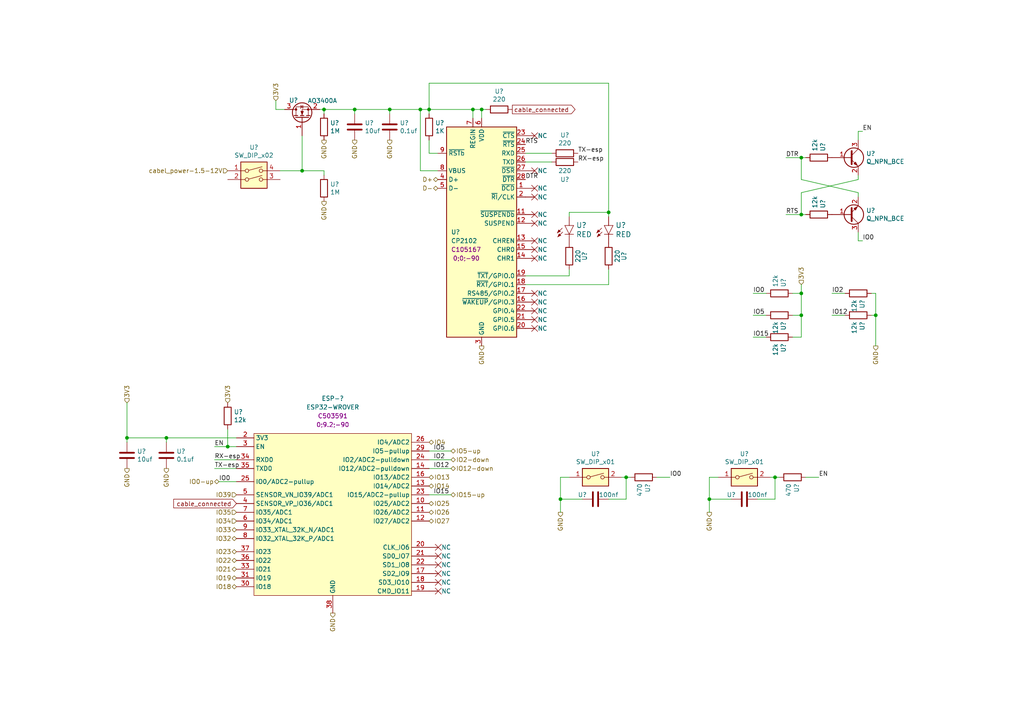
<source format=kicad_sch>
(kicad_sch (version 20211123) (generator eeschema)
  (paper "A4")
  (lib_symbols
    (symbol "B.B-rescue:2N7002-Transistor_FET-B.B-rescue-B.B-rescue" (pin_names (offset 0) hide)
      (property "Reference" "Q" (at 5.08 1.905 0))
      (property "Value" "2N7002-Transistor_FET-B.B-rescue-B.B-rescue" (at 5.08 0 0))
      (symbol "2N7002-Transistor_FET-B.B-rescue-B.B-rescue_0_1"
        (polyline (pts (xy 0.762 -1.778) (xy 2.54 -1.778)))
        (polyline (pts (xy 0.762 -1.27) (xy 0.762 -2.286)) (stroke (width 0.254)))
        (polyline (pts (xy 0.762 0) (xy 2.54 0)))
        (polyline (pts (xy 0.762 0.508) (xy 0.762 -0.508)) (stroke (width 0.254)))
        (polyline (pts (xy 0.762 1.778) (xy 2.54 1.778)))
        (polyline (pts (xy 0.762 2.286) (xy 0.762 1.27)) (stroke (width 0.254)))
        (polyline (pts (xy 2.54 -1.778) (xy 2.54 -2.54)))
        (polyline (pts (xy 2.54 -1.778) (xy 2.54 0)))
        (polyline (pts (xy 2.54 2.54) (xy 2.54 1.778)))
        (polyline (pts (xy 0.254 1.905) (xy 0.254 -1.905) (xy 0.254 -1.905)) (stroke (width 0.254)))
        (polyline (pts (xy 1.016 0) (xy 2.032 0.381) (xy 2.032 -0.381) (xy 1.016 0)) (fill (type outline)))
        (polyline (pts (xy 2.54 -1.778) (xy 3.302 -1.778) (xy 3.302 1.778) (xy 2.54 1.778)))
        (polyline (pts (xy 2.794 0.508) (xy 2.921 0.381) (xy 3.683 0.381) (xy 3.81 0.254)))
        (polyline (pts (xy 3.302 0.381) (xy 2.921 -0.254) (xy 3.683 -0.254) (xy 3.302 0.381)))
        (circle (center 1.651 0) (radius 2.8194) (stroke (width 0.254)))
        (circle (center 2.54 -1.778) (radius 0.2794) (fill (type outline)))
        (circle (center 2.54 1.778) (radius 0.2794) (fill (type outline)))
      )
      (symbol "2N7002-Transistor_FET-B.B-rescue-B.B-rescue_1_1"
        (pin input line (at -5.08 0 0) (length 5.334) (name "G") (number "1"))
        (pin passive line (at 2.54 -5.08 90) (length 2.54) (name "S") (number "2"))
        (pin passive line (at 2.54 5.08 270) (length 2.54) (name "D") (number "3"))
      )
    )
    (symbol "B.B-rescue:C-Device-B.B-rescue-B.B-rescue" (pin_numbers hide) (pin_names (offset 0.254))
      (property "Reference" "C" (at 0.635 2.54 0))
      (property "Value" "C-Device-B.B-rescue-B.B-rescue" (at 0.635 -2.54 0))
      (symbol "C-Device-B.B-rescue-B.B-rescue_0_1"
        (polyline (pts (xy -2.032 -0.762) (xy 2.032 -0.762)) (stroke (width 0.508)))
        (polyline (pts (xy -2.032 0.762) (xy 2.032 0.762)) (stroke (width 0.508)))
      )
      (symbol "C-Device-B.B-rescue-B.B-rescue_1_1"
        (pin passive line (at 0 3.81 270) (length 2.794) (name "~") (number "1"))
        (pin passive line (at 0 -3.81 90) (length 2.794) (name "~") (number "2"))
      )
    )
    (symbol "B.B-rescue:LED-B.B-eagle-import-B.B-rescue" (pin_names (offset 1.016))
      (property "Reference" "LED" (at 3.556 -4.572 90))
      (property "Value" "LED-B.B-eagle-import-B.B-rescue" (at 5.715 -4.572 90))
      (symbol "LED-B.B-eagle-import-B.B-rescue_1_0"
        (polyline (pts (xy -2.032 -0.762) (xy -3.429 -2.159)))
        (polyline (pts (xy -1.905 -1.905) (xy -3.302 -3.302)))
        (polyline (pts (xy 0 -2.54) (xy -1.27 -2.54)))
        (polyline (pts (xy 0 -2.54) (xy -1.27 0)))
        (polyline (pts (xy 0 0) (xy -1.27 0)))
        (polyline (pts (xy 1.27 -2.54) (xy 0 -2.54)))
        (polyline (pts (xy 1.27 0) (xy 0 -2.54)))
        (polyline (pts (xy 1.27 0) (xy 0 0)))
        (polyline (pts (xy -3.429 -2.159) (xy -3.048 -1.27) (xy -2.54 -1.778)) (fill (type outline)))
        (polyline (pts (xy -3.302 -3.302) (xy -2.921 -2.413) (xy -2.413 -2.921)) (fill (type outline)))
        (pin passive line (at 0 -5.08 90) (length 2.54) (name "C") (number "1"))
        (pin passive line (at 0 2.54 270) (length 2.54) (name "A") (number "2"))
      )
    )
    (symbol "B.B-rescue:NC-B.B-eagle-import-B.B-rescue" (pin_names (offset 1.016))
      (symbol "NC-B.B-eagle-import-B.B-rescue_1_0"
        (polyline (pts (xy 1.778 0.889) (xy 2.667 0)))
        (polyline (pts (xy 2.667 0) (xy 1.778 -0.889)))
        (polyline (pts (xy 2.667 0) (xy 3.556 0.889)))
        (polyline (pts (xy 3.556 -0.889) (xy 2.667 0)))
        (pin bidirectional line (at 0 0 0) (length 2.54) (name "NC") (number "1"))
      )
    )
    (symbol "B.B-rescue:Q_NPN_BCE-B.B-rescue-B.B-rescue" (pin_names (offset 0) hide)
      (property "Reference" "Q" (at 3.81 1.27 0))
      (property "Value" "Q_NPN_BCE-B.B-rescue-B.B-rescue" (at 3.81 -1.27 0))
      (symbol "Q_NPN_BCE-B.B-rescue-B.B-rescue_0_1"
        (polyline (pts (xy -0.635 0.635) (xy 1.27 2.54)))
        (polyline (pts (xy -0.635 -0.635) (xy 1.27 -2.54) (xy 1.27 -2.54)))
        (polyline (pts (xy -0.635 1.905) (xy -0.635 -1.905) (xy -0.635 -1.905)) (stroke (width 0.508)))
        (polyline (pts (xy 0 -1.778) (xy 0.508 -1.27) (xy 1.016 -2.286) (xy 0 -1.778) (xy 0 -1.778)) (fill (type outline)))
        (circle (center 0 0) (radius 2.8194) (stroke (width 0.254)))
      )
      (symbol "Q_NPN_BCE-B.B-rescue-B.B-rescue_1_1"
        (pin input line (at -6.35 0 0) (length 5.715) (name "B") (number "1"))
        (pin passive line (at 1.27 -5.08 90) (length 2.54) (name "E") (number "2"))
        (pin passive line (at 1.27 5.08 270) (length 2.54) (name "C") (number "3"))
      )
    )
    (symbol "B.B-rescue:R-Device-B.B-rescue-B.B-rescue" (pin_numbers hide) (pin_names (offset 0))
      (property "Reference" "R" (at 2.032 0 90))
      (property "Value" "R-Device-B.B-rescue-B.B-rescue" (at 0 0 90))
      (symbol "R-Device-B.B-rescue-B.B-rescue_0_1"
        (rectangle (start -1.016 -2.54) (end 1.016 2.54) (stroke (width 0.254)))
      )
      (symbol "R-Device-B.B-rescue-B.B-rescue_1_1"
        (pin passive line (at 0 3.81 270) (length 1.27) (name "~") (number "1"))
        (pin passive line (at 0 -3.81 90) (length 1.27) (name "~") (number "2"))
      )
    )
    (symbol "B.B-rescue:SW_DIP_x01-Switch-B.B-rescue-B.B-rescue" (pin_names (offset 0) hide)
      (property "Reference" "SW" (at 0 3.81 0))
      (property "Value" "SW_DIP_x01-Switch-B.B-rescue-B.B-rescue" (at 0 -3.81 0))
      (symbol "SW_DIP_x01-Switch-B.B-rescue-B.B-rescue_0_0"
        (circle (center -2.032 0) (radius 0.508))
        (polyline (pts (xy -1.524 0.127) (xy 2.3622 1.1684)))
        (circle (center 2.032 0) (radius 0.508))
      )
      (symbol "SW_DIP_x01-Switch-B.B-rescue-B.B-rescue_0_1"
        (rectangle (start -3.81 2.54) (end 3.81 -2.54) (stroke (width 0.254)) (fill (type background)))
      )
      (symbol "SW_DIP_x01-Switch-B.B-rescue-B.B-rescue_1_1"
        (pin passive line (at -7.62 0 0) (length 5.08) (name "~") (number "1"))
        (pin passive line (at 7.62 0 180) (length 5.08) (name "~") (number "2"))
      )
    )
    (symbol "B.B-rescue:SW_DIP_x02-Switch-B.B-rescue-B.B-rescue" (pin_names (offset 0) hide)
      (property "Reference" "SW" (at 0 6.35 0))
      (property "Value" "SW_DIP_x02-Switch-B.B-rescue-B.B-rescue" (at 0 -3.81 0))
      (symbol "SW_DIP_x02-Switch-B.B-rescue-B.B-rescue_0_0"
        (circle (center -2.032 0) (radius 0.508))
        (circle (center -2.032 2.54) (radius 0.508))
        (polyline (pts (xy -1.524 0.127) (xy 2.3622 1.1684)))
        (polyline (pts (xy -1.524 2.667) (xy 2.3622 3.7084)))
        (circle (center 2.032 0) (radius 0.508))
        (circle (center 2.032 2.54) (radius 0.508))
      )
      (symbol "SW_DIP_x02-Switch-B.B-rescue-B.B-rescue_0_1"
        (rectangle (start -3.81 5.08) (end 3.81 -2.54) (stroke (width 0.254)) (fill (type background)))
      )
      (symbol "SW_DIP_x02-Switch-B.B-rescue-B.B-rescue_1_1"
        (pin passive line (at -7.62 2.54 0) (length 5.08) (name "~") (number "1"))
        (pin passive line (at -7.62 0 0) (length 5.08) (name "~") (number "2"))
        (pin passive line (at 7.62 0 180) (length 5.08) (name "~") (number "3"))
        (pin passive line (at 7.62 2.54 180) (length 5.08) (name "~") (number "4"))
      )
    )
    (symbol "RB3203-Lib:CP2102"
      (property "Reference" "U" (at 6.35 3.81 0))
      (property "Value" "CP2102" (at 6.35 1.27 0))
      (property "LCSC" "C105167" (at 0 0 0))
      (property "JLCPCB_CORRECTION" "0;0;-90" (at 0 0 0))
      (symbol "CP2102_0_1"
        (rectangle (start -10.16 0) (end 10.16 -60.96) (stroke (width 0.254)) (fill (type background)))
      )
      (symbol "CP2102_1_1"
        (pin input line (at 12.7 -17.78 180) (length 2.54) (name "~{DCD}") (number "1"))
        (pin no_connect line (at -10.16 -40.64 0) (length 2.54) hide (name "NC") (number "10"))
        (pin output line (at 12.7 -25.4 180) (length 2.54) (name "~{SUSPENDb}") (number "11"))
        (pin output line (at 12.7 -27.94 180) (length 2.54) (name "SUSPEND") (number "12"))
        (pin output line (at 12.7 -33.02 180) (length 2.54) (name "CHREN") (number "13"))
        (pin output line (at 12.7 -38.1 180) (length 2.54) (name "CHR1") (number "14"))
        (pin output line (at 12.7 -35.56 180) (length 2.54) (name "CHR0") (number "15"))
        (pin bidirectional line (at 12.7 -50.8 180) (length 2.54) (name "~{WAKEUP}/GPIO.3") (number "16"))
        (pin bidirectional line (at 12.7 -48.26 180) (length 2.54) (name "RS485/GPIO.2") (number "17"))
        (pin bidirectional line (at 12.7 -45.72 180) (length 2.54) (name "~{RXT}/GPIO.1") (number "18"))
        (pin bidirectional line (at 12.7 -43.18 180) (length 2.54) (name "~{TXT}/GPIO.0") (number "19"))
        (pin bidirectional line (at 12.7 -20.32 180) (length 2.54) (name "~{RI}/CLK") (number "2"))
        (pin bidirectional line (at 12.7 -58.42 180) (length 2.54) (name "GPIO.6") (number "20"))
        (pin bidirectional line (at 12.7 -55.88 180) (length 2.54) (name "GPIO.5") (number "21"))
        (pin bidirectional line (at 12.7 -53.34 180) (length 2.54) (name "GPIO.4") (number "22"))
        (pin input line (at 12.7 -2.54 180) (length 2.54) (name "~{CTS}") (number "23"))
        (pin output line (at 12.7 -5.08 180) (length 2.54) (name "~{RTS}") (number "24"))
        (pin input line (at 12.7 -7.62 180) (length 2.54) (name "RXD") (number "25"))
        (pin output line (at 12.7 -10.16 180) (length 2.54) (name "TXD") (number "26"))
        (pin input line (at 12.7 -12.7 180) (length 2.54) (name "~{DSR}") (number "27"))
        (pin output line (at 12.7 -15.24 180) (length 2.54) (name "~{DTR}") (number "28"))
        (pin passive line (at 0 -63.5 90) (length 2.54) hide (name "GND") (number "29"))
        (pin power_in line (at 0 -63.5 90) (length 2.54) (name "GND") (number "3"))
        (pin bidirectional line (at -12.7 -15.24 0) (length 2.54) (name "D+") (number "4"))
        (pin bidirectional line (at -12.7 -17.78 0) (length 2.54) (name "D-") (number "5"))
        (pin passive line (at 0 2.54 270) (length 2.54) (name "VDD") (number "6"))
        (pin power_in line (at -2.54 2.54 270) (length 2.54) (name "REGIN") (number "7"))
        (pin input line (at -12.7 -12.7 0) (length 2.54) (name "VBUS") (number "8"))
        (pin input line (at -12.7 -7.62 0) (length 2.54) (name "~{RSTb}") (number "9"))
      )
    )
    (symbol "RB3203-Lib:ESP32-WROVER"
      (property "Reference" "ESP-" (at -1.27 5.08 0))
      (property "Value" "ESP32-WROVER" (at 0 2.54 0))
      (property "LCSC" "C503591" (at 0 0 0))
      (property "JLCPCB_CORRECTION" "0;9.2;-90" (at 0 0 0))
      (symbol "ESP32-WROVER_0_1"
        (rectangle (start 22.86 -46.99) (end -22.86 0) (fill (type background)))
      )
      (symbol "ESP32-WROVER_1_1"
        (pin power_in line (at 0 -52.07 90) (length 5.08) hide (name "GND") (number "1"))
        (pin bidirectional line (at 27.94 -20.32 180) (length 5.08) (name "IO25/ADC2") (number "10"))
        (pin bidirectional line (at 27.94 -22.86 180) (length 5.08) (name "IO26/ADC2") (number "11"))
        (pin bidirectional line (at 27.94 -25.4 180) (length 5.08) (name "IO27/ADC2") (number "12"))
        (pin bidirectional line (at 27.94 -15.24 180) (length 5.08) (name "IO14/ADC2") (number "13"))
        (pin bidirectional line (at 27.94 -10.16 180) (length 5.08) (name "IO12/ADC2-pulldown") (number "14"))
        (pin power_in line (at 0 -52.07 90) (length 5.08) hide (name "GND") (number "15"))
        (pin bidirectional line (at 27.94 -12.7 180) (length 5.08) (name "IO13/ADC2") (number "16"))
        (pin bidirectional line (at 27.94 -40.64 180) (length 5.08) (name "SD2_IO9") (number "17"))
        (pin bidirectional line (at 27.94 -43.18 180) (length 5.08) (name "SD3_IO10") (number "18"))
        (pin bidirectional line (at 27.94 -45.72 180) (length 5.08) (name "CMD_IO11") (number "19"))
        (pin power_in line (at -27.94 -1.27 0) (length 5.08) (name "3V3") (number "2"))
        (pin bidirectional line (at 27.94 -33.02 180) (length 5.08) (name "CLK_IO6") (number "20"))
        (pin bidirectional line (at 27.94 -35.56 180) (length 5.08) (name "SD0_IO7") (number "21"))
        (pin bidirectional line (at 27.94 -38.1 180) (length 5.08) (name "SD1_IO8") (number "22"))
        (pin bidirectional line (at 27.94 -17.78 180) (length 5.08) (name "IO15/ADC2-pullup") (number "23"))
        (pin bidirectional line (at 27.94 -7.62 180) (length 5.08) (name "IO2/ADC2-pulldown") (number "24"))
        (pin bidirectional line (at -27.94 -13.97 0) (length 5.08) (name "IO0/ADC2-pullup") (number "25"))
        (pin bidirectional line (at 27.94 -2.54 180) (length 5.08) (name "IO4/ADC2") (number "26"))
        (pin bidirectional line (at 27.94 -5.08 180) (length 5.08) (name "IO5-pullup") (number "29"))
        (pin input line (at -27.94 -3.81 0) (length 5.08) (name "EN") (number "3"))
        (pin bidirectional line (at -27.94 -44.45 0) (length 5.08) (name "IO18") (number "30"))
        (pin bidirectional line (at -27.94 -41.91 0) (length 5.08) (name "IO19") (number "31"))
        (pin bidirectional line (at -27.94 -39.37 0) (length 5.08) (name "IO21") (number "33"))
        (pin input line (at -27.94 -7.62 0) (length 5.08) (name "RXD0") (number "34"))
        (pin output line (at -27.94 -10.16 0) (length 5.08) (name "TXD0") (number "35"))
        (pin bidirectional line (at -27.94 -36.83 0) (length 5.08) (name "IO22") (number "36"))
        (pin bidirectional line (at -27.94 -34.29 0) (length 5.08) (name "IO23") (number "37"))
        (pin power_in line (at 0 -52.07 90) (length 5.08) (name "GND") (number "38"))
        (pin power_in line (at 0 -52.07 90) (length 5.08) hide (name "GND") (number "39"))
        (pin input line (at -27.94 -20.32 0) (length 5.08) (name "SENSOR_VP_IO36/ADC1") (number "4"))
        (pin input line (at -27.94 -17.78 0) (length 5.08) (name "SENSOR_VN_IO39/ADC1") (number "5"))
        (pin input line (at -27.94 -25.4 0) (length 5.08) (name "IO34/ADC1") (number "6"))
        (pin input line (at -27.94 -22.86 0) (length 5.08) (name "IO35/ADC1") (number "7"))
        (pin bidirectional line (at -27.94 -30.48 0) (length 5.08) (name "IO32_XTAL_32K_P/ADC1") (number "8"))
        (pin bidirectional line (at -27.94 -27.94 0) (length 5.08) (name "IO33_XTAL_32K_N/ADC1") (number "9"))
      )
    )
  )
  (junction (at 162.56 144.78))
  (junction (at 232.41 62.23))
  (junction (at 254 91.44))
  (junction (at 48.26 127))
  (junction (at 102.87 31.75))
  (junction (at 87.63 49.53))
  (junction (at 224.79 138.43))
  (junction (at 232.41 91.44))
  (junction (at 121.92 31.75))
  (junction (at 66.04 129.54))
  (junction (at 113.03 31.75))
  (junction (at 232.41 85.09))
  (junction (at 36.83 127))
  (junction (at 176.53 61.595))
  (junction (at 232.41 45.72))
  (junction (at 124.46 31.75))
  (junction (at 205.74 144.78))
  (junction (at 139.7 31.75))
  (junction (at 137.16 31.75))
  (junction (at 93.98 31.75))
  (junction (at 181.61 138.43))
  (wire (pts (xy 93.98 31.75) (xy 102.87 31.75)))
  (wire (pts (xy 124.46 40.64) (xy 124.46 44.45)))
  (wire (pts (xy 124.46 133.35) (xy 130.81 133.35)))
  (wire (pts (xy 248.92 69.85) (xy 250.19 69.85)))
  (wire (pts (xy 162.56 138.43) (xy 162.56 144.78)))
  (wire (pts (xy 176.53 62.865) (xy 176.53 61.595)))
  (wire (pts (xy 124.46 33.02) (xy 124.46 31.75)))
  (wire (pts (xy 232.41 55.88) (xy 248.92 52.07)))
  (wire (pts (xy 248.92 52.07) (xy 248.92 50.8)))
  (wire (pts (xy 232.41 85.09) (xy 232.41 91.44)))
  (wire (pts (xy 241.3 91.44) (xy 245.11 91.44)))
  (wire (pts (xy 248.92 55.88) (xy 232.41 52.07)))
  (wire (pts (xy 252.73 91.44) (xy 254 91.44)))
  (wire (pts (xy 181.61 138.43) (xy 182.88 138.43)))
  (wire (pts (xy 36.83 127) (xy 48.26 127)))
  (wire (pts (xy 205.74 144.78) (xy 205.74 148.59)))
  (wire (pts (xy 152.4 44.45) (xy 160.02 44.45)))
  (wire (pts (xy 252.73 85.09) (xy 254 85.09)))
  (wire (pts (xy 218.44 97.79) (xy 222.25 97.79)))
  (wire (pts (xy 181.61 138.43) (xy 180.34 138.43)))
  (wire (pts (xy 232.41 91.44) (xy 232.41 97.79)))
  (wire (pts (xy 176.53 78.105) (xy 176.53 82.55)))
  (wire (pts (xy 233.68 138.43) (xy 237.49 138.43)))
  (wire (pts (xy 212.09 144.78) (xy 205.74 144.78)))
  (wire (pts (xy 137.16 34.29) (xy 137.16 31.75)))
  (wire (pts (xy 227.965 45.72) (xy 232.41 45.72)))
  (wire (pts (xy 229.87 85.09) (xy 232.41 85.09)))
  (wire (pts (xy 124.46 130.81) (xy 130.81 130.81)))
  (wire (pts (xy 102.87 31.75) (xy 113.03 31.75)))
  (wire (pts (xy 121.92 49.53) (xy 121.92 31.75)))
  (wire (pts (xy 36.83 128.27) (xy 36.83 127)))
  (wire (pts (xy 124.46 143.51) (xy 130.81 143.51)))
  (wire (pts (xy 80.01 31.75) (xy 80.01 29.21)))
  (wire (pts (xy 137.16 31.75) (xy 139.7 31.75)))
  (wire (pts (xy 93.98 33.02) (xy 93.98 31.75)))
  (wire (pts (xy 205.74 138.43) (xy 205.74 144.78)))
  (wire (pts (xy 219.71 144.78) (xy 224.79 144.78)))
  (wire (pts (xy 162.56 144.78) (xy 162.56 148.59)))
  (wire (pts (xy 87.63 39.37) (xy 87.63 49.53)))
  (wire (pts (xy 152.4 46.99) (xy 160.02 46.99)))
  (wire (pts (xy 232.41 62.23) (xy 233.68 62.23)))
  (wire (pts (xy 176.53 61.595) (xy 176.53 24.13)))
  (wire (pts (xy 248.92 67.31) (xy 248.92 69.85)))
  (wire (pts (xy 232.41 97.79) (xy 229.87 97.79)))
  (wire (pts (xy 165.1 138.43) (xy 162.56 138.43)))
  (wire (pts (xy 254 85.09) (xy 254 91.44)))
  (wire (pts (xy 176.53 144.78) (xy 181.61 144.78)))
  (wire (pts (xy 232.41 62.23) (xy 232.41 55.88)))
  (wire (pts (xy 124.46 24.13) (xy 124.46 31.75)))
  (wire (pts (xy 165.1 80.01) (xy 165.1 78.105)))
  (wire (pts (xy 218.44 91.44) (xy 222.25 91.44)))
  (wire (pts (xy 66.04 129.54) (xy 68.58 129.54)))
  (wire (pts (xy 87.63 49.53) (xy 93.98 49.53)))
  (wire (pts (xy 181.61 144.78) (xy 181.61 138.43)))
  (wire (pts (xy 190.5 138.43) (xy 194.31 138.43)))
  (wire (pts (xy 176.53 82.55) (xy 152.4 82.55)))
  (wire (pts (xy 62.23 129.54) (xy 66.04 129.54)))
  (wire (pts (xy 121.92 31.75) (xy 124.46 31.75)))
  (wire (pts (xy 152.4 80.01) (xy 165.1 80.01)))
  (wire (pts (xy 241.3 85.09) (xy 245.11 85.09)))
  (wire (pts (xy 232.41 82.55) (xy 232.41 85.09)))
  (wire (pts (xy 254 91.44) (xy 254 100.33)))
  (wire (pts (xy 232.41 45.72) (xy 233.68 45.72)))
  (wire (pts (xy 140.97 31.75) (xy 139.7 31.75)))
  (wire (pts (xy 124.46 31.75) (xy 137.16 31.75)))
  (wire (pts (xy 113.03 31.75) (xy 121.92 31.75)))
  (wire (pts (xy 208.28 138.43) (xy 205.74 138.43)))
  (wire (pts (xy 48.26 127) (xy 68.58 127)))
  (wire (pts (xy 62.23 133.35) (xy 68.58 133.35)))
  (wire (pts (xy 176.53 24.13) (xy 124.46 24.13)))
  (wire (pts (xy 93.98 50.8) (xy 93.98 49.53)))
  (wire (pts (xy 168.91 144.78) (xy 162.56 144.78)))
  (wire (pts (xy 248.92 38.1) (xy 250.19 38.1)))
  (wire (pts (xy 165.1 61.595) (xy 165.1 62.865)))
  (wire (pts (xy 66.04 124.46) (xy 66.04 129.54)))
  (wire (pts (xy 124.46 135.89) (xy 130.81 135.89)))
  (wire (pts (xy 224.79 138.43) (xy 223.52 138.43)))
  (wire (pts (xy 82.55 31.75) (xy 80.01 31.75)))
  (wire (pts (xy 224.79 144.78) (xy 224.79 138.43)))
  (wire (pts (xy 62.23 135.89) (xy 68.58 135.89)))
  (wire (pts (xy 227.965 62.23) (xy 232.41 62.23)))
  (wire (pts (xy 92.71 31.75) (xy 93.98 31.75)))
  (wire (pts (xy 229.87 91.44) (xy 232.41 91.44)))
  (wire (pts (xy 81.28 49.53) (xy 87.63 49.53)))
  (wire (pts (xy 127 49.53) (xy 121.92 49.53)))
  (wire (pts (xy 124.46 44.45) (xy 127 44.45)))
  (wire (pts (xy 102.87 33.02) (xy 102.87 31.75)))
  (wire (pts (xy 36.83 116.84) (xy 36.83 127)))
  (wire (pts (xy 248.92 57.15) (xy 248.92 55.88)))
  (wire (pts (xy 139.7 31.75) (xy 139.7 34.29)))
  (wire (pts (xy 248.92 40.64) (xy 248.92 38.1)))
  (wire (pts (xy 224.79 138.43) (xy 226.06 138.43)))
  (wire (pts (xy 63.5 139.7) (xy 68.58 139.7)))
  (wire (pts (xy 232.41 52.07) (xy 232.41 45.72)))
  (wire (pts (xy 176.53 61.595) (xy 165.1 61.595)))
  (wire (pts (xy 113.03 33.02) (xy 113.03 31.75)))
  (wire (pts (xy 48.26 128.27) (xy 48.26 127)))
  (wire (pts (xy 218.44 85.09) (xy 222.25 85.09)))
  (label "IO15" (at 125.73 143.51 0))
  (label "IO0" (at 194.31 138.43 0))
  (label "DTR" (at 152.4 52.07 0))
  (label "RTS" (at 152.4 41.91 0))
  (label "EN" (at 237.49 138.43 0))
  (label "RTS" (at 227.965 62.23 0))
  (label "IO5" (at 218.44 91.44 0))
  (label "IO0" (at 250.19 69.85 0))
  (label "EN" (at 250.19 38.1 0))
  (label "TX-esp" (at 167.64 44.45 0))
  (label "RX-esp" (at 167.64 46.99 0))
  (label "EN" (at 62.23 129.54 0))
  (label "IO15" (at 218.44 97.79 0))
  (label "IO0" (at 218.44 85.09 0))
  (label "RX-esp" (at 62.23 133.35 0))
  (label "TX-esp" (at 62.23 135.89 0))
  (label "IO0" (at 63.5 139.7 0))
  (label "IO12" (at 241.3 91.44 0))
  (label "IO2" (at 241.3 85.09 0))
  (label "DTR" (at 227.965 45.72 0))
  (label "IO12" (at 125.73 135.89 0))
  (label "IO5" (at 125.73 130.81 0))
  (label "IO2" (at 125.73 133.35 0))
  (global_label "cable_connected" (shape input) (at 68.58 146.05 180) (property "Intersheet References" "${INTERSHEET_REFS}" (effects hide)))
  (global_label "cable_connected" (shape output) (at 148.59 31.75 0) (property "Intersheet References" "${INTERSHEET_REFS}" (effects hide)))
  (hierarchical_label "IO22" (shape bidirectional) (at 68.58 162.56 180))
  (hierarchical_label "GND" (shape output) (at 96.52 177.8 270))
  (hierarchical_label "IO26" (shape bidirectional) (at 124.46 148.59 0))
  (hierarchical_label "IO4" (shape bidirectional) (at 124.46 128.27 0))
  (hierarchical_label "IO23" (shape bidirectional) (at 68.58 160.02 180))
  (hierarchical_label "GND" (shape output) (at 93.98 58.42 270))
  (hierarchical_label "IO27" (shape bidirectional) (at 124.46 151.13 0))
  (hierarchical_label "GND" (shape output) (at 139.7 100.33 270))
  (hierarchical_label "IO2-down" (shape bidirectional) (at 130.81 133.35 0))
  (hierarchical_label "IO13" (shape bidirectional) (at 124.46 138.43 0))
  (hierarchical_label "GND" (shape output) (at 113.03 40.64 270))
  (hierarchical_label "3V3" (shape input) (at 36.83 116.84 90))
  (hierarchical_label "D+" (shape bidirectional) (at 127 52.07 180))
  (hierarchical_label "GND" (shape output) (at 162.56 148.59 270))
  (hierarchical_label "GND" (shape output) (at 205.74 148.59 270))
  (hierarchical_label "3V3" (shape input) (at 232.41 82.55 90))
  (hierarchical_label "3V3" (shape input) (at 66.04 116.84 90))
  (hierarchical_label "GND" (shape output) (at 93.98 40.64 270))
  (hierarchical_label "3V3" (shape input) (at 80.01 29.21 90))
  (hierarchical_label "IO15-up" (shape bidirectional) (at 130.81 143.51 0))
  (hierarchical_label "IO35" (shape input) (at 68.58 148.59 180))
  (hierarchical_label "IO5-up" (shape bidirectional) (at 130.81 130.81 0))
  (hierarchical_label "IO39" (shape input) (at 68.58 143.51 180))
  (hierarchical_label "IO34" (shape input) (at 68.58 151.13 180))
  (hierarchical_label "GND" (shape output) (at 102.87 40.64 270))
  (hierarchical_label "IO19" (shape bidirectional) (at 68.58 167.64 180))
  (hierarchical_label "IO18" (shape bidirectional) (at 68.58 170.18 180))
  (hierarchical_label "IO32" (shape bidirectional) (at 68.58 156.21 180))
  (hierarchical_label "D-" (shape bidirectional) (at 127 54.61 180))
  (hierarchical_label "IO25" (shape bidirectional) (at 124.46 146.05 0))
  (hierarchical_label "IO12-down" (shape bidirectional) (at 130.81 135.89 0))
  (hierarchical_label "IO14" (shape bidirectional) (at 124.46 140.97 0))
  (hierarchical_label "IO33" (shape bidirectional) (at 68.58 153.67 180))
  (hierarchical_label "GND" (shape output) (at 254 100.33 270))
  (hierarchical_label "GND" (shape output) (at 48.26 135.89 270))
  (hierarchical_label "cabel_power-1.5-12V" (shape input) (at 66.04 49.53 180))
  (hierarchical_label "GND" (shape output) (at 36.83 135.89 270))
  (hierarchical_label "IO21" (shape bidirectional) (at 68.58 165.1 180))
  (hierarchical_label "IO0-up" (shape bidirectional) (at 63.5 139.7 180))
  (symbol (lib_id "B.B-rescue:NC-B.B-eagle-import-B.B-rescue") (at 152.4 57.15 0) (unit 1)
    (property "Reference" "U?" (effects hide))
    (property "Value" "NC" (effects hide))
  )
  (symbol (lib_id "B.B-rescue:R-Device-B.B-rescue-B.B-rescue") (at 176.53 74.295 0) (unit 1)
    (property "Reference" "U?" (at 180.975 74.295 90))
    (property "Value" "220" (at 179.07 74.295 90))
    (property "Footprint" "Resistor_SMD:R_0402_1005Metric" (effects hide))
    (property "LCSC" "C25092" (effects hide))
  )
  (symbol (lib_id "B.B-rescue:SW_DIP_x01-Switch-B.B-rescue-B.B-rescue") (at 172.72 138.43 0) (unit 1)
    (property "Reference" "U?" (at 172.72 131.6482 0))
    (property "Value" "SW_DIP_x01" (at 172.72 133.9596 0))
    (property "Footprint" "Button_Switch_SMD:SW_Push_1P1T_NO_CK_KSC6xxJ" (effects hide))
    (property "Datasheet" "https://datasheet.lcsc.com/szlcsc/XKB-TS-1187A-C-C-A_C318889.pdf" (effects hide))
    (property "LCSC" "C318889" (effects hide))
  )
  (symbol (lib_id "B.B-rescue:C-Device-B.B-rescue-B.B-rescue") (at 113.03 36.83 0) (unit 1)
    (property "Reference" "U?" (at 115.951 35.6616 0) (effects (justify left)))
    (property "Value" "0.1uf" (at 115.951 37.973 0) (effects (justify left)))
    (property "Footprint" "Capacitor_SMD:C_0805_2012Metric" (effects hide))
    (property "LCSC" "C49678" (effects hide))
  )
  (symbol (lib_id "B.B-rescue:NC-B.B-eagle-import-B.B-rescue") (at 152.4 85.09 0) (unit 1)
    (property "Reference" "U?" (effects hide))
    (property "Value" "NC" (effects hide))
  )
  (symbol (lib_id "B.B-rescue:R-Device-B.B-rescue-B.B-rescue") (at 93.98 54.61 0) (unit 1)
    (property "Reference" "U?" (at 95.758 53.4416 0) (effects (justify left)))
    (property "Value" "1M" (at 95.758 55.753 0) (effects (justify left)))
    (property "Footprint" "Resistor_SMD:R_0402_1005Metric" (effects hide))
    (property "LCSC" "C26083" (effects hide))
  )
  (symbol (lib_id "B.B-rescue:R-Device-B.B-rescue-B.B-rescue") (at 163.83 46.99 270) (unit 1)
    (property "Reference" "U?" (at 163.83 52.07 90))
    (property "Value" "220" (at 163.83 49.53 90))
    (property "Footprint" "Resistor_SMD:R_0402_1005Metric" (effects hide))
    (property "LCSC" "C25092" (effects hide))
  )
  (symbol (lib_id "B.B-rescue:Q_NPN_BCE-B.B-rescue-B.B-rescue") (at 247.65 45.72 0) (unit 1)
    (property "Reference" "U?" (at 251.2314 44.5516 0) (effects (justify left)))
    (property "Value" "Q_NPN_BCE" (at 251.2314 46.863 0) (effects (justify left)))
    (property "Footprint" "Package_TO_SOT_SMD:SOT-23" (effects hide))
    (property "Datasheet" "https://datasheet.lcsc.com/szlcsc/Changjiang-Electronics-Tech-CJ-MMBT3904_C20526.pdf" (effects hide))
    (property "LCSC" "C20526" (effects hide))
    (property "JLCPCB_CORRECTION" "0;0;180" (effects hide))
  )
  (symbol (lib_id "B.B-rescue:NC-B.B-eagle-import-B.B-rescue") (at 124.46 161.29 0) (unit 1)
    (property "Reference" "U?" (effects hide))
    (property "Value" "NC" (effects hide))
  )
  (symbol (lib_id "B.B-rescue:SW_DIP_x01-Switch-B.B-rescue-B.B-rescue") (at 215.9 138.43 0) (unit 1)
    (property "Reference" "U?" (at 215.9 131.6482 0))
    (property "Value" "SW_DIP_x01" (at 215.9 133.9596 0))
    (property "Footprint" "Button_Switch_SMD:SW_Push_1P1T_NO_CK_KSC6xxJ" (effects hide))
    (property "Datasheet" "https://datasheet.lcsc.com/szlcsc/XKB-TS-1187A-C-C-A_C318889.pdf" (effects hide))
    (property "LCSC" "C318889" (effects hide))
  )
  (symbol (lib_id "B.B-rescue:NC-B.B-eagle-import-B.B-rescue") (at 152.4 92.71 0) (unit 1)
    (property "Reference" "U?" (effects hide))
    (property "Value" "NC" (effects hide))
  )
  (symbol (lib_id "B.B-rescue:R-Device-B.B-rescue-B.B-rescue") (at 226.06 97.79 270) (unit 1)
    (property "Reference" "U?" (at 227.2284 99.568 0) (effects (justify left)))
    (property "Value" "12k" (at 224.917 99.568 0) (effects (justify left)))
    (property "Footprint" "Resistor_SMD:R_0402_1005Metric" (effects hide))
    (property "LCSC" "C25752" (effects hide))
  )
  (symbol (lib_id "B.B-rescue:NC-B.B-eagle-import-B.B-rescue") (at 152.4 69.85 0) (unit 1)
    (property "Reference" "U?" (effects hide))
    (property "Value" "NC" (effects hide))
  )
  (symbol (lib_id "B.B-rescue:NC-B.B-eagle-import-B.B-rescue") (at 152.4 74.93 0) (unit 1)
    (property "Reference" "U?" (effects hide))
    (property "Value" "NC" (effects hide))
  )
  (symbol (lib_id "RB3203-Lib:CP2102") (at 139.7 36.83 0) (unit 1)
    (property "Reference" "U?" (at 130.81 67.31 0) (effects (justify left)))
    (property "Value" "CP2102" (at 130.81 69.85 0) (effects (justify left)))
    (property "Footprint" "Package_DFN_QFN:QFN-28-1EP_5x5mm_P0.5mm_EP3.35x3.35mm" (effects hide))
    (property "LCSC" "C105167" (at 130.81 72.39 0) (effects (justify left)))
    (property "JLCPCB_CORRECTION" "0;0;-90" (at 131.3306 74.93 0) (effects (justify left)))
  )
  (symbol (lib_id "B.B-rescue:R-Device-B.B-rescue-B.B-rescue") (at 186.69 138.43 270) (unit 1)
    (property "Reference" "U?" (at 187.8584 140.208 0) (effects (justify left)))
    (property "Value" "470" (at 185.547 140.208 0) (effects (justify left)))
    (property "Footprint" "Resistor_SMD:R_0402_1005Metric" (effects hide))
    (property "LCSC" "C25117" (effects hide))
  )
  (symbol (lib_id "B.B-rescue:R-Device-B.B-rescue-B.B-rescue") (at 163.83 44.45 270) (unit 1)
    (property "Reference" "U?" (at 163.83 39.1922 90))
    (property "Value" "220" (at 163.83 41.5036 90))
    (property "Footprint" "Resistor_SMD:R_0402_1005Metric" (effects hide))
    (property "LCSC" "C25092" (effects hide))
  )
  (symbol (lib_id "B.B-rescue:LED-B.B-eagle-import-B.B-rescue") (at 176.53 65.405 0) (unit 1)
    (property "Reference" "U?" (at 178.5112 65.3288 0) (effects (font (size 1.4986 1.4986)) (justify left)))
    (property "Value" "RED" (at 178.5112 67.9958 0) (effects (font (size 1.4986 1.4986)) (justify left)))
    (property "Footprint" "LED_SMD:LED_0603_1608Metric" (effects hide))
    (property "LCSC" "C2286" (effects hide))
  )
  (symbol (lib_id "B.B-rescue:C-Device-B.B-rescue-B.B-rescue") (at 215.9 144.78 90) (unit 1)
    (property "Reference" "U?" (at 212.09 143.51 90))
    (property "Value" "100nf" (at 219.71 143.51 90))
    (property "Footprint" "Capacitor_SMD:C_0402_1005Metric" (effects hide))
    (property "LCSC" "C1525" (effects hide))
  )
  (symbol (lib_id "B.B-rescue:2N7002-Transistor_FET-B.B-rescue-B.B-rescue") (at 87.63 34.29 90) (unit 1)
    (property "Reference" "U?" (at 86.4616 29.1084 90) (effects (justify left)))
    (property "Value" "AO3400A" (at 97.79 29.21 90) (effects (justify left)))
    (property "Footprint" "Package_TO_SOT_SMD:SOT-23" (effects hide))
    (property "Datasheet" "https://datasheet.lcsc.com/szlcsc/Alpha-Omega-Semicon-AOS-AO3400A_C20917.pdf" (effects hide))
    (property "LCSC" "C20917" (effects hide))
    (property "JLCPCB_CORRECTION" "0;0;180" (effects hide))
  )
  (symbol (lib_id "B.B-rescue:NC-B.B-eagle-import-B.B-rescue") (at 152.4 90.17 0) (unit 1)
    (property "Reference" "U?" (effects hide))
    (property "Value" "NC" (effects hide))
  )
  (symbol (lib_id "B.B-rescue:NC-B.B-eagle-import-B.B-rescue") (at 124.46 171.45 0) (unit 1)
    (property "Reference" "U?" (effects hide))
    (property "Value" "NC" (effects hide))
  )
  (symbol (lib_id "B.B-rescue:R-Device-B.B-rescue-B.B-rescue") (at 248.92 91.44 270) (unit 1)
    (property "Reference" "U?" (at 250.0884 93.218 0) (effects (justify left)))
    (property "Value" "12k" (at 247.777 93.218 0) (effects (justify left)))
    (property "Footprint" "Resistor_SMD:R_0402_1005Metric" (effects hide))
    (property "LCSC" "C25752" (effects hide))
  )
  (symbol (lib_id "B.B-rescue:R-Device-B.B-rescue-B.B-rescue") (at 165.1 74.295 0) (unit 1)
    (property "Reference" "U?" (at 169.545 74.295 90))
    (property "Value" "220" (at 167.64 74.295 90))
    (property "Footprint" "Resistor_SMD:R_0402_1005Metric" (effects hide))
    (property "LCSC" "C25092" (effects hide))
  )
  (symbol (lib_id "B.B-rescue:NC-B.B-eagle-import-B.B-rescue") (at 152.4 39.37 0) (unit 1)
    (property "Reference" "U?" (effects hide))
    (property "Value" "NC" (effects hide))
  )
  (symbol (lib_id "B.B-rescue:R-Device-B.B-rescue-B.B-rescue") (at 237.49 62.23 270) (mirror x) (unit 1)
    (property "Reference" "U?" (at 238.6584 60.452 0) (effects (justify left)))
    (property "Value" "12k" (at 236.347 60.452 0) (effects (justify left)))
    (property "Footprint" "Resistor_SMD:R_0402_1005Metric" (effects hide))
    (property "LCSC" "C25752" (effects hide))
  )
  (symbol (lib_id "RB3203-Lib:ESP32-WROVER") (at 96.52 125.73 0) (unit 1)
    (property "Reference" "ESP-?" (at 96.52 115.57 0))
    (property "Value" "ESP32-WROVER" (at 96.52 118.11 0))
    (property "Footprint" "RB3203-Lib:ESP32-WROVER" (effects hide))
    (property "LCSC" "C503591" (at 96.52 120.65 0))
    (property "JLCPCB_CORRECTION" "0;9.2;-90" (at 96.52 123.19 0))
  )
  (symbol (lib_id "B.B-rescue:R-Device-B.B-rescue-B.B-rescue") (at 124.46 36.83 0) (unit 1)
    (property "Reference" "U?" (at 126.238 35.6616 0) (effects (justify left)))
    (property "Value" "1K" (at 126.238 37.973 0) (effects (justify left)))
    (property "Footprint" "Resistor_SMD:R_0402_1005Metric" (effects hide))
    (property "LCSC" "C11702" (effects hide))
  )
  (symbol (lib_id "B.B-rescue:C-Device-B.B-rescue-B.B-rescue") (at 48.26 132.08 0) (unit 1)
    (property "Reference" "U?" (at 51.181 130.9116 0) (effects (justify left)))
    (property "Value" "0.1uf" (at 51.181 133.223 0) (effects (justify left)))
    (property "Footprint" "Capacitor_SMD:C_0805_2012Metric" (effects hide))
    (property "LCSC" "C49678" (effects hide))
  )
  (symbol (lib_id "B.B-rescue:R-Device-B.B-rescue-B.B-rescue") (at 237.49 45.72 270) (mirror x) (unit 1)
    (property "Reference" "U?" (at 238.6584 43.942 0) (effects (justify left)))
    (property "Value" "12k" (at 236.347 43.942 0) (effects (justify left)))
    (property "Footprint" "Resistor_SMD:R_0402_1005Metric" (effects hide))
    (property "LCSC" "C25752" (effects hide))
  )
  (symbol (lib_id "B.B-rescue:R-Device-B.B-rescue-B.B-rescue") (at 226.06 85.09 270) (mirror x) (unit 1)
    (property "Reference" "U?" (at 227.2284 83.312 0) (effects (justify left)))
    (property "Value" "12k" (at 224.917 83.312 0) (effects (justify left)))
    (property "Footprint" "Resistor_SMD:R_0402_1005Metric" (effects hide))
    (property "LCSC" "C25752" (effects hide))
  )
  (symbol (lib_id "B.B-rescue:NC-B.B-eagle-import-B.B-rescue") (at 152.4 64.77 0) (unit 1)
    (property "Reference" "U?" (effects hide))
    (property "Value" "NC" (effects hide))
  )
  (symbol (lib_id "B.B-rescue:R-Device-B.B-rescue-B.B-rescue") (at 229.87 138.43 270) (unit 1)
    (property "Reference" "U?" (at 231.0384 140.208 0) (effects (justify left)))
    (property "Value" "470" (at 228.727 140.208 0) (effects (justify left)))
    (property "Footprint" "Resistor_SMD:R_0402_1005Metric" (effects hide))
    (property "LCSC" "C25117" (effects hide))
  )
  (symbol (lib_id "B.B-rescue:NC-B.B-eagle-import-B.B-rescue") (at 152.4 95.25 0) (unit 1)
    (property "Reference" "U?" (effects hide))
    (property "Value" "NC" (effects hide))
  )
  (symbol (lib_id "B.B-rescue:NC-B.B-eagle-import-B.B-rescue") (at 124.46 166.37 0) (unit 1)
    (property "Reference" "U?" (effects hide))
    (property "Value" "NC" (effects hide))
  )
  (symbol (lib_id "B.B-rescue:LED-B.B-eagle-import-B.B-rescue") (at 165.1 65.405 0) (unit 1)
    (property "Reference" "U?" (at 167.0812 65.3288 0) (effects (font (size 1.4986 1.4986)) (justify left)))
    (property "Value" "RED" (at 167.0812 67.9958 0) (effects (font (size 1.4986 1.4986)) (justify left)))
    (property "Footprint" "LED_SMD:LED_0603_1608Metric" (effects hide))
    (property "LCSC" "C2286" (effects hide))
  )
  (symbol (lib_id "B.B-rescue:SW_DIP_x02-Switch-B.B-rescue-B.B-rescue") (at 73.66 52.07 0) (unit 1)
    (property "Reference" "U?" (at 73.66 42.7482 0))
    (property "Value" "SW_DIP_x02" (at 73.66 45.0596 0))
    (property "Footprint" "BB:SW-SMD-4" (effects hide))
    (property "Datasheet" "https://datasheet.lcsc.com/szlcsc/2002271742_XKB-Connectivity-DSHP02TS-S_C319052.pdf" (effects hide))
    (property "LCSC" "C319052" (effects hide))
  )
  (symbol (lib_id "B.B-rescue:C-Device-B.B-rescue-B.B-rescue") (at 102.87 36.83 0) (unit 1)
    (property "Reference" "U?" (at 105.791 35.6616 0) (effects (justify left)))
    (property "Value" "10uf" (at 105.791 37.973 0) (effects (justify left)))
    (property "Footprint" "Capacitor_SMD:C_0805_2012Metric" (effects hide))
    (property "LCSC" "C15850" (effects hide))
  )
  (symbol (lib_id "B.B-rescue:NC-B.B-eagle-import-B.B-rescue") (at 152.4 62.23 0) (unit 1)
    (property "Reference" "U?" (effects hide))
    (property "Value" "NC" (effects hide))
  )
  (symbol (lib_id "B.B-rescue:C-Device-B.B-rescue-B.B-rescue") (at 172.72 144.78 90) (unit 1)
    (property "Reference" "U?" (at 168.91 143.51 90))
    (property "Value" "100nf" (at 176.53 143.51 90))
    (property "Footprint" "Capacitor_SMD:C_0402_1005Metric" (effects hide))
    (property "LCSC" "C1525" (effects hide))
  )
  (symbol (lib_id "B.B-rescue:NC-B.B-eagle-import-B.B-rescue") (at 152.4 87.63 0) (unit 1)
    (property "Reference" "U?" (effects hide))
    (property "Value" "NC" (effects hide))
  )
  (symbol (lib_id "B.B-rescue:Q_NPN_BCE-B.B-rescue-B.B-rescue") (at 247.65 62.23 0) (mirror x) (unit 1)
    (property "Reference" "U?" (at 251.2314 61.0616 0) (effects (justify left)))
    (property "Value" "Q_NPN_BCE" (at 251.2314 63.373 0) (effects (justify left)))
    (property "Footprint" "Package_TO_SOT_SMD:SOT-23" (effects hide))
    (property "Datasheet" "https://datasheet.lcsc.com/szlcsc/Changjiang-Electronics-Tech-CJ-MMBT3904_C20526.pdf" (effects hide))
    (property "LCSC" "C20526" (effects hide))
    (property "Field5" "C115751" (effects hide))
    (property "JLCPCB_CORRECTION" "0;0;180" (effects hide))
  )
  (symbol (lib_id "B.B-rescue:R-Device-B.B-rescue-B.B-rescue") (at 144.78 31.75 270) (unit 1)
    (property "Reference" "U?" (at 144.78 26.4922 90))
    (property "Value" "220" (at 144.78 28.8036 90))
    (property "Footprint" "Resistor_SMD:R_0402_1005Metric" (effects hide))
    (property "LCSC" "C25092" (effects hide))
  )
  (symbol (lib_id "B.B-rescue:R-Device-B.B-rescue-B.B-rescue") (at 93.98 36.83 0) (unit 1)
    (property "Reference" "U?" (at 95.758 35.6616 0) (effects (justify left)))
    (property "Value" "1M" (at 95.758 37.973 0) (effects (justify left)))
    (property "Footprint" "Resistor_SMD:R_0402_1005Metric" (effects hide))
    (property "LCSC" "C26083" (effects hide))
  )
  (symbol (lib_id "B.B-rescue:NC-B.B-eagle-import-B.B-rescue") (at 124.46 163.83 0) (unit 1)
    (property "Reference" "U?" (effects hide))
    (property "Value" "NC" (effects hide))
  )
  (symbol (lib_id "B.B-rescue:NC-B.B-eagle-import-B.B-rescue") (at 124.46 158.75 0) (unit 1)
    (property "Reference" "U?" (effects hide))
    (property "Value" "NC" (effects hide))
  )
  (symbol (lib_id "B.B-rescue:NC-B.B-eagle-import-B.B-rescue") (at 152.4 49.53 0) (unit 1)
    (property "Reference" "U?" (effects hide))
    (property "Value" "NC" (effects hide))
  )
  (symbol (lib_id "B.B-rescue:C-Device-B.B-rescue-B.B-rescue") (at 36.83 132.08 0) (unit 1)
    (property "Reference" "U?" (at 39.751 130.9116 0) (effects (justify left)))
    (property "Value" "10uf" (at 39.751 133.223 0) (effects (justify left)))
    (property "Footprint" "Capacitor_SMD:C_0805_2012Metric" (effects hide))
    (property "LCSC" "C15850" (effects hide))
  )
  (symbol (lib_id "B.B-rescue:NC-B.B-eagle-import-B.B-rescue") (at 152.4 54.61 0) (unit 1)
    (property "Reference" "U?" (effects hide))
    (property "Value" "NC" (effects hide))
  )
  (symbol (lib_id "B.B-rescue:NC-B.B-eagle-import-B.B-rescue") (at 152.4 72.39 0) (unit 1)
    (property "Reference" "U?" (effects hide))
    (property "Value" "NC" (effects hide))
  )
  (symbol (lib_id "B.B-rescue:R-Device-B.B-rescue-B.B-rescue") (at 248.92 85.09 270) (unit 1)
    (property "Reference" "U?" (at 250.0884 86.868 0) (effects (justify left)))
    (property "Value" "12k" (at 247.777 86.868 0) (effects (justify left)))
    (property "Footprint" "Resistor_SMD:R_0402_1005Metric" (effects hide))
    (property "LCSC" "C25752" (effects hide))
  )
  (symbol (lib_id "B.B-rescue:R-Device-B.B-rescue-B.B-rescue") (at 66.04 120.65 0) (unit 1)
    (property "Reference" "U?" (at 67.818 119.4816 0) (effects (justify left)))
    (property "Value" "12k" (at 67.818 121.793 0) (effects (justify left)))
    (property "Footprint" "Resistor_SMD:R_0402_1005Metric" (effects hide))
    (property "LCSC" "C25752" (effects hide))
  )
  (symbol (lib_id "B.B-rescue:NC-B.B-eagle-import-B.B-rescue") (at 124.46 168.91 0) (unit 1)
    (property "Reference" "U?" (effects hide))
    (property "Value" "NC" (effects hide))
  )
  (symbol (lib_id "B.B-rescue:R-Device-B.B-rescue-B.B-rescue") (at 226.06 91.44 270) (unit 1)
    (property "Reference" "U?" (at 227.2284 93.218 0) (effects (justify left)))
    (property "Value" "12k" (at 224.917 93.218 0) (effects (justify left)))
    (property "Footprint" "Resistor_SMD:R_0402_1005Metric" (effects hide))
    (property "LCSC" "C25752" (effects hide))
  )
)
</source>
